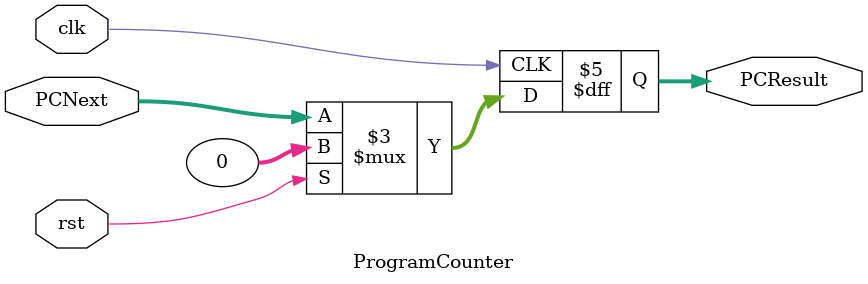
<source format=v>
module ProgramCounter(
    input clk, rst,
    input [31:0] PCNext,

    output reg [31:0] PCResult
);
    always @(posedge clk) begin
        if (rst) begin
            PCResult <= 0;
        end
        else begin
            PCResult <= PCNext;
        end
    end
    
endmodule
</source>
